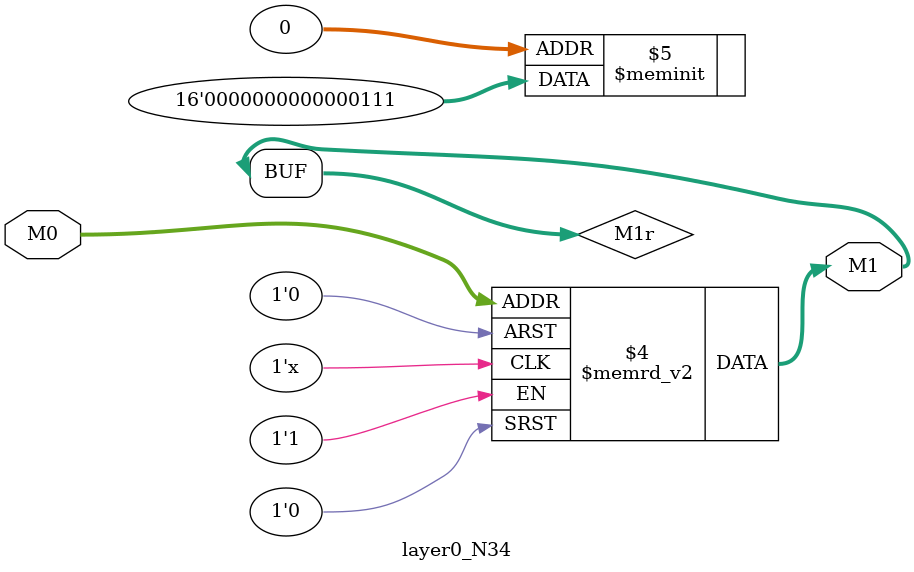
<source format=v>
module layer0_N34 ( input [2:0] M0, output [1:0] M1 );

	(*rom_style = "distributed" *) reg [1:0] M1r;
	assign M1 = M1r;
	always @ (M0) begin
		case (M0)
			3'b000: M1r = 2'b11;
			3'b100: M1r = 2'b00;
			3'b010: M1r = 2'b00;
			3'b110: M1r = 2'b00;
			3'b001: M1r = 2'b01;
			3'b101: M1r = 2'b00;
			3'b011: M1r = 2'b00;
			3'b111: M1r = 2'b00;

		endcase
	end
endmodule

</source>
